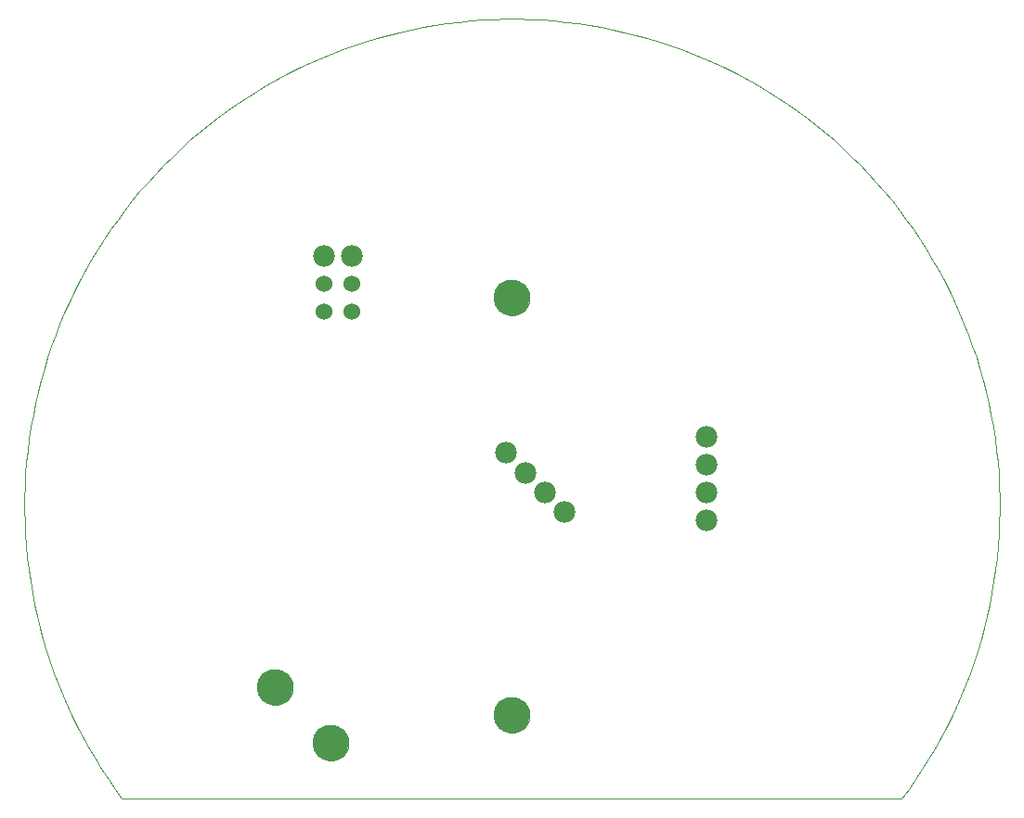
<source format=gbs>
G75*
%MOIN*%
%OFA0B0*%
%FSLAX25Y25*%
%IPPOS*%
%LPD*%
%AMOC8*
5,1,8,0,0,1.08239X$1,22.5*
%
%ADD10C,0.00000*%
%ADD11C,0.12998*%
%ADD12C,0.07800*%
%ADD13C,0.06000*%
D10*
X0062200Y0017200D02*
X0342200Y0017200D01*
X0195901Y0047200D02*
X0195903Y0047358D01*
X0195909Y0047516D01*
X0195919Y0047674D01*
X0195933Y0047832D01*
X0195951Y0047989D01*
X0195972Y0048146D01*
X0195998Y0048302D01*
X0196028Y0048458D01*
X0196061Y0048613D01*
X0196099Y0048766D01*
X0196140Y0048919D01*
X0196185Y0049071D01*
X0196234Y0049222D01*
X0196287Y0049371D01*
X0196343Y0049519D01*
X0196403Y0049665D01*
X0196467Y0049810D01*
X0196535Y0049953D01*
X0196606Y0050095D01*
X0196680Y0050235D01*
X0196758Y0050372D01*
X0196840Y0050508D01*
X0196924Y0050642D01*
X0197013Y0050773D01*
X0197104Y0050902D01*
X0197199Y0051029D01*
X0197296Y0051154D01*
X0197397Y0051276D01*
X0197501Y0051395D01*
X0197608Y0051512D01*
X0197718Y0051626D01*
X0197831Y0051737D01*
X0197946Y0051846D01*
X0198064Y0051951D01*
X0198185Y0052053D01*
X0198308Y0052153D01*
X0198434Y0052249D01*
X0198562Y0052342D01*
X0198692Y0052432D01*
X0198825Y0052518D01*
X0198960Y0052602D01*
X0199096Y0052681D01*
X0199235Y0052758D01*
X0199376Y0052830D01*
X0199518Y0052900D01*
X0199662Y0052965D01*
X0199808Y0053027D01*
X0199955Y0053085D01*
X0200104Y0053140D01*
X0200254Y0053191D01*
X0200405Y0053238D01*
X0200557Y0053281D01*
X0200710Y0053320D01*
X0200865Y0053356D01*
X0201020Y0053387D01*
X0201176Y0053415D01*
X0201332Y0053439D01*
X0201489Y0053459D01*
X0201647Y0053475D01*
X0201804Y0053487D01*
X0201963Y0053495D01*
X0202121Y0053499D01*
X0202279Y0053499D01*
X0202437Y0053495D01*
X0202596Y0053487D01*
X0202753Y0053475D01*
X0202911Y0053459D01*
X0203068Y0053439D01*
X0203224Y0053415D01*
X0203380Y0053387D01*
X0203535Y0053356D01*
X0203690Y0053320D01*
X0203843Y0053281D01*
X0203995Y0053238D01*
X0204146Y0053191D01*
X0204296Y0053140D01*
X0204445Y0053085D01*
X0204592Y0053027D01*
X0204738Y0052965D01*
X0204882Y0052900D01*
X0205024Y0052830D01*
X0205165Y0052758D01*
X0205304Y0052681D01*
X0205440Y0052602D01*
X0205575Y0052518D01*
X0205708Y0052432D01*
X0205838Y0052342D01*
X0205966Y0052249D01*
X0206092Y0052153D01*
X0206215Y0052053D01*
X0206336Y0051951D01*
X0206454Y0051846D01*
X0206569Y0051737D01*
X0206682Y0051626D01*
X0206792Y0051512D01*
X0206899Y0051395D01*
X0207003Y0051276D01*
X0207104Y0051154D01*
X0207201Y0051029D01*
X0207296Y0050902D01*
X0207387Y0050773D01*
X0207476Y0050642D01*
X0207560Y0050508D01*
X0207642Y0050372D01*
X0207720Y0050235D01*
X0207794Y0050095D01*
X0207865Y0049953D01*
X0207933Y0049810D01*
X0207997Y0049665D01*
X0208057Y0049519D01*
X0208113Y0049371D01*
X0208166Y0049222D01*
X0208215Y0049071D01*
X0208260Y0048919D01*
X0208301Y0048766D01*
X0208339Y0048613D01*
X0208372Y0048458D01*
X0208402Y0048302D01*
X0208428Y0048146D01*
X0208449Y0047989D01*
X0208467Y0047832D01*
X0208481Y0047674D01*
X0208491Y0047516D01*
X0208497Y0047358D01*
X0208499Y0047200D01*
X0208497Y0047042D01*
X0208491Y0046884D01*
X0208481Y0046726D01*
X0208467Y0046568D01*
X0208449Y0046411D01*
X0208428Y0046254D01*
X0208402Y0046098D01*
X0208372Y0045942D01*
X0208339Y0045787D01*
X0208301Y0045634D01*
X0208260Y0045481D01*
X0208215Y0045329D01*
X0208166Y0045178D01*
X0208113Y0045029D01*
X0208057Y0044881D01*
X0207997Y0044735D01*
X0207933Y0044590D01*
X0207865Y0044447D01*
X0207794Y0044305D01*
X0207720Y0044165D01*
X0207642Y0044028D01*
X0207560Y0043892D01*
X0207476Y0043758D01*
X0207387Y0043627D01*
X0207296Y0043498D01*
X0207201Y0043371D01*
X0207104Y0043246D01*
X0207003Y0043124D01*
X0206899Y0043005D01*
X0206792Y0042888D01*
X0206682Y0042774D01*
X0206569Y0042663D01*
X0206454Y0042554D01*
X0206336Y0042449D01*
X0206215Y0042347D01*
X0206092Y0042247D01*
X0205966Y0042151D01*
X0205838Y0042058D01*
X0205708Y0041968D01*
X0205575Y0041882D01*
X0205440Y0041798D01*
X0205304Y0041719D01*
X0205165Y0041642D01*
X0205024Y0041570D01*
X0204882Y0041500D01*
X0204738Y0041435D01*
X0204592Y0041373D01*
X0204445Y0041315D01*
X0204296Y0041260D01*
X0204146Y0041209D01*
X0203995Y0041162D01*
X0203843Y0041119D01*
X0203690Y0041080D01*
X0203535Y0041044D01*
X0203380Y0041013D01*
X0203224Y0040985D01*
X0203068Y0040961D01*
X0202911Y0040941D01*
X0202753Y0040925D01*
X0202596Y0040913D01*
X0202437Y0040905D01*
X0202279Y0040901D01*
X0202121Y0040901D01*
X0201963Y0040905D01*
X0201804Y0040913D01*
X0201647Y0040925D01*
X0201489Y0040941D01*
X0201332Y0040961D01*
X0201176Y0040985D01*
X0201020Y0041013D01*
X0200865Y0041044D01*
X0200710Y0041080D01*
X0200557Y0041119D01*
X0200405Y0041162D01*
X0200254Y0041209D01*
X0200104Y0041260D01*
X0199955Y0041315D01*
X0199808Y0041373D01*
X0199662Y0041435D01*
X0199518Y0041500D01*
X0199376Y0041570D01*
X0199235Y0041642D01*
X0199096Y0041719D01*
X0198960Y0041798D01*
X0198825Y0041882D01*
X0198692Y0041968D01*
X0198562Y0042058D01*
X0198434Y0042151D01*
X0198308Y0042247D01*
X0198185Y0042347D01*
X0198064Y0042449D01*
X0197946Y0042554D01*
X0197831Y0042663D01*
X0197718Y0042774D01*
X0197608Y0042888D01*
X0197501Y0043005D01*
X0197397Y0043124D01*
X0197296Y0043246D01*
X0197199Y0043371D01*
X0197104Y0043498D01*
X0197013Y0043627D01*
X0196924Y0043758D01*
X0196840Y0043892D01*
X0196758Y0044028D01*
X0196680Y0044165D01*
X0196606Y0044305D01*
X0196535Y0044447D01*
X0196467Y0044590D01*
X0196403Y0044735D01*
X0196343Y0044881D01*
X0196287Y0045029D01*
X0196234Y0045178D01*
X0196185Y0045329D01*
X0196140Y0045481D01*
X0196099Y0045634D01*
X0196061Y0045787D01*
X0196028Y0045942D01*
X0195998Y0046098D01*
X0195972Y0046254D01*
X0195951Y0046411D01*
X0195933Y0046568D01*
X0195919Y0046726D01*
X0195909Y0046884D01*
X0195903Y0047042D01*
X0195901Y0047200D01*
X0130901Y0037200D02*
X0130903Y0037358D01*
X0130909Y0037516D01*
X0130919Y0037674D01*
X0130933Y0037832D01*
X0130951Y0037989D01*
X0130972Y0038146D01*
X0130998Y0038302D01*
X0131028Y0038458D01*
X0131061Y0038613D01*
X0131099Y0038766D01*
X0131140Y0038919D01*
X0131185Y0039071D01*
X0131234Y0039222D01*
X0131287Y0039371D01*
X0131343Y0039519D01*
X0131403Y0039665D01*
X0131467Y0039810D01*
X0131535Y0039953D01*
X0131606Y0040095D01*
X0131680Y0040235D01*
X0131758Y0040372D01*
X0131840Y0040508D01*
X0131924Y0040642D01*
X0132013Y0040773D01*
X0132104Y0040902D01*
X0132199Y0041029D01*
X0132296Y0041154D01*
X0132397Y0041276D01*
X0132501Y0041395D01*
X0132608Y0041512D01*
X0132718Y0041626D01*
X0132831Y0041737D01*
X0132946Y0041846D01*
X0133064Y0041951D01*
X0133185Y0042053D01*
X0133308Y0042153D01*
X0133434Y0042249D01*
X0133562Y0042342D01*
X0133692Y0042432D01*
X0133825Y0042518D01*
X0133960Y0042602D01*
X0134096Y0042681D01*
X0134235Y0042758D01*
X0134376Y0042830D01*
X0134518Y0042900D01*
X0134662Y0042965D01*
X0134808Y0043027D01*
X0134955Y0043085D01*
X0135104Y0043140D01*
X0135254Y0043191D01*
X0135405Y0043238D01*
X0135557Y0043281D01*
X0135710Y0043320D01*
X0135865Y0043356D01*
X0136020Y0043387D01*
X0136176Y0043415D01*
X0136332Y0043439D01*
X0136489Y0043459D01*
X0136647Y0043475D01*
X0136804Y0043487D01*
X0136963Y0043495D01*
X0137121Y0043499D01*
X0137279Y0043499D01*
X0137437Y0043495D01*
X0137596Y0043487D01*
X0137753Y0043475D01*
X0137911Y0043459D01*
X0138068Y0043439D01*
X0138224Y0043415D01*
X0138380Y0043387D01*
X0138535Y0043356D01*
X0138690Y0043320D01*
X0138843Y0043281D01*
X0138995Y0043238D01*
X0139146Y0043191D01*
X0139296Y0043140D01*
X0139445Y0043085D01*
X0139592Y0043027D01*
X0139738Y0042965D01*
X0139882Y0042900D01*
X0140024Y0042830D01*
X0140165Y0042758D01*
X0140304Y0042681D01*
X0140440Y0042602D01*
X0140575Y0042518D01*
X0140708Y0042432D01*
X0140838Y0042342D01*
X0140966Y0042249D01*
X0141092Y0042153D01*
X0141215Y0042053D01*
X0141336Y0041951D01*
X0141454Y0041846D01*
X0141569Y0041737D01*
X0141682Y0041626D01*
X0141792Y0041512D01*
X0141899Y0041395D01*
X0142003Y0041276D01*
X0142104Y0041154D01*
X0142201Y0041029D01*
X0142296Y0040902D01*
X0142387Y0040773D01*
X0142476Y0040642D01*
X0142560Y0040508D01*
X0142642Y0040372D01*
X0142720Y0040235D01*
X0142794Y0040095D01*
X0142865Y0039953D01*
X0142933Y0039810D01*
X0142997Y0039665D01*
X0143057Y0039519D01*
X0143113Y0039371D01*
X0143166Y0039222D01*
X0143215Y0039071D01*
X0143260Y0038919D01*
X0143301Y0038766D01*
X0143339Y0038613D01*
X0143372Y0038458D01*
X0143402Y0038302D01*
X0143428Y0038146D01*
X0143449Y0037989D01*
X0143467Y0037832D01*
X0143481Y0037674D01*
X0143491Y0037516D01*
X0143497Y0037358D01*
X0143499Y0037200D01*
X0143497Y0037042D01*
X0143491Y0036884D01*
X0143481Y0036726D01*
X0143467Y0036568D01*
X0143449Y0036411D01*
X0143428Y0036254D01*
X0143402Y0036098D01*
X0143372Y0035942D01*
X0143339Y0035787D01*
X0143301Y0035634D01*
X0143260Y0035481D01*
X0143215Y0035329D01*
X0143166Y0035178D01*
X0143113Y0035029D01*
X0143057Y0034881D01*
X0142997Y0034735D01*
X0142933Y0034590D01*
X0142865Y0034447D01*
X0142794Y0034305D01*
X0142720Y0034165D01*
X0142642Y0034028D01*
X0142560Y0033892D01*
X0142476Y0033758D01*
X0142387Y0033627D01*
X0142296Y0033498D01*
X0142201Y0033371D01*
X0142104Y0033246D01*
X0142003Y0033124D01*
X0141899Y0033005D01*
X0141792Y0032888D01*
X0141682Y0032774D01*
X0141569Y0032663D01*
X0141454Y0032554D01*
X0141336Y0032449D01*
X0141215Y0032347D01*
X0141092Y0032247D01*
X0140966Y0032151D01*
X0140838Y0032058D01*
X0140708Y0031968D01*
X0140575Y0031882D01*
X0140440Y0031798D01*
X0140304Y0031719D01*
X0140165Y0031642D01*
X0140024Y0031570D01*
X0139882Y0031500D01*
X0139738Y0031435D01*
X0139592Y0031373D01*
X0139445Y0031315D01*
X0139296Y0031260D01*
X0139146Y0031209D01*
X0138995Y0031162D01*
X0138843Y0031119D01*
X0138690Y0031080D01*
X0138535Y0031044D01*
X0138380Y0031013D01*
X0138224Y0030985D01*
X0138068Y0030961D01*
X0137911Y0030941D01*
X0137753Y0030925D01*
X0137596Y0030913D01*
X0137437Y0030905D01*
X0137279Y0030901D01*
X0137121Y0030901D01*
X0136963Y0030905D01*
X0136804Y0030913D01*
X0136647Y0030925D01*
X0136489Y0030941D01*
X0136332Y0030961D01*
X0136176Y0030985D01*
X0136020Y0031013D01*
X0135865Y0031044D01*
X0135710Y0031080D01*
X0135557Y0031119D01*
X0135405Y0031162D01*
X0135254Y0031209D01*
X0135104Y0031260D01*
X0134955Y0031315D01*
X0134808Y0031373D01*
X0134662Y0031435D01*
X0134518Y0031500D01*
X0134376Y0031570D01*
X0134235Y0031642D01*
X0134096Y0031719D01*
X0133960Y0031798D01*
X0133825Y0031882D01*
X0133692Y0031968D01*
X0133562Y0032058D01*
X0133434Y0032151D01*
X0133308Y0032247D01*
X0133185Y0032347D01*
X0133064Y0032449D01*
X0132946Y0032554D01*
X0132831Y0032663D01*
X0132718Y0032774D01*
X0132608Y0032888D01*
X0132501Y0033005D01*
X0132397Y0033124D01*
X0132296Y0033246D01*
X0132199Y0033371D01*
X0132104Y0033498D01*
X0132013Y0033627D01*
X0131924Y0033758D01*
X0131840Y0033892D01*
X0131758Y0034028D01*
X0131680Y0034165D01*
X0131606Y0034305D01*
X0131535Y0034447D01*
X0131467Y0034590D01*
X0131403Y0034735D01*
X0131343Y0034881D01*
X0131287Y0035029D01*
X0131234Y0035178D01*
X0131185Y0035329D01*
X0131140Y0035481D01*
X0131099Y0035634D01*
X0131061Y0035787D01*
X0131028Y0035942D01*
X0130998Y0036098D01*
X0130972Y0036254D01*
X0130951Y0036411D01*
X0130933Y0036568D01*
X0130919Y0036726D01*
X0130909Y0036884D01*
X0130903Y0037042D01*
X0130901Y0037200D01*
X0110901Y0057200D02*
X0110903Y0057358D01*
X0110909Y0057516D01*
X0110919Y0057674D01*
X0110933Y0057832D01*
X0110951Y0057989D01*
X0110972Y0058146D01*
X0110998Y0058302D01*
X0111028Y0058458D01*
X0111061Y0058613D01*
X0111099Y0058766D01*
X0111140Y0058919D01*
X0111185Y0059071D01*
X0111234Y0059222D01*
X0111287Y0059371D01*
X0111343Y0059519D01*
X0111403Y0059665D01*
X0111467Y0059810D01*
X0111535Y0059953D01*
X0111606Y0060095D01*
X0111680Y0060235D01*
X0111758Y0060372D01*
X0111840Y0060508D01*
X0111924Y0060642D01*
X0112013Y0060773D01*
X0112104Y0060902D01*
X0112199Y0061029D01*
X0112296Y0061154D01*
X0112397Y0061276D01*
X0112501Y0061395D01*
X0112608Y0061512D01*
X0112718Y0061626D01*
X0112831Y0061737D01*
X0112946Y0061846D01*
X0113064Y0061951D01*
X0113185Y0062053D01*
X0113308Y0062153D01*
X0113434Y0062249D01*
X0113562Y0062342D01*
X0113692Y0062432D01*
X0113825Y0062518D01*
X0113960Y0062602D01*
X0114096Y0062681D01*
X0114235Y0062758D01*
X0114376Y0062830D01*
X0114518Y0062900D01*
X0114662Y0062965D01*
X0114808Y0063027D01*
X0114955Y0063085D01*
X0115104Y0063140D01*
X0115254Y0063191D01*
X0115405Y0063238D01*
X0115557Y0063281D01*
X0115710Y0063320D01*
X0115865Y0063356D01*
X0116020Y0063387D01*
X0116176Y0063415D01*
X0116332Y0063439D01*
X0116489Y0063459D01*
X0116647Y0063475D01*
X0116804Y0063487D01*
X0116963Y0063495D01*
X0117121Y0063499D01*
X0117279Y0063499D01*
X0117437Y0063495D01*
X0117596Y0063487D01*
X0117753Y0063475D01*
X0117911Y0063459D01*
X0118068Y0063439D01*
X0118224Y0063415D01*
X0118380Y0063387D01*
X0118535Y0063356D01*
X0118690Y0063320D01*
X0118843Y0063281D01*
X0118995Y0063238D01*
X0119146Y0063191D01*
X0119296Y0063140D01*
X0119445Y0063085D01*
X0119592Y0063027D01*
X0119738Y0062965D01*
X0119882Y0062900D01*
X0120024Y0062830D01*
X0120165Y0062758D01*
X0120304Y0062681D01*
X0120440Y0062602D01*
X0120575Y0062518D01*
X0120708Y0062432D01*
X0120838Y0062342D01*
X0120966Y0062249D01*
X0121092Y0062153D01*
X0121215Y0062053D01*
X0121336Y0061951D01*
X0121454Y0061846D01*
X0121569Y0061737D01*
X0121682Y0061626D01*
X0121792Y0061512D01*
X0121899Y0061395D01*
X0122003Y0061276D01*
X0122104Y0061154D01*
X0122201Y0061029D01*
X0122296Y0060902D01*
X0122387Y0060773D01*
X0122476Y0060642D01*
X0122560Y0060508D01*
X0122642Y0060372D01*
X0122720Y0060235D01*
X0122794Y0060095D01*
X0122865Y0059953D01*
X0122933Y0059810D01*
X0122997Y0059665D01*
X0123057Y0059519D01*
X0123113Y0059371D01*
X0123166Y0059222D01*
X0123215Y0059071D01*
X0123260Y0058919D01*
X0123301Y0058766D01*
X0123339Y0058613D01*
X0123372Y0058458D01*
X0123402Y0058302D01*
X0123428Y0058146D01*
X0123449Y0057989D01*
X0123467Y0057832D01*
X0123481Y0057674D01*
X0123491Y0057516D01*
X0123497Y0057358D01*
X0123499Y0057200D01*
X0123497Y0057042D01*
X0123491Y0056884D01*
X0123481Y0056726D01*
X0123467Y0056568D01*
X0123449Y0056411D01*
X0123428Y0056254D01*
X0123402Y0056098D01*
X0123372Y0055942D01*
X0123339Y0055787D01*
X0123301Y0055634D01*
X0123260Y0055481D01*
X0123215Y0055329D01*
X0123166Y0055178D01*
X0123113Y0055029D01*
X0123057Y0054881D01*
X0122997Y0054735D01*
X0122933Y0054590D01*
X0122865Y0054447D01*
X0122794Y0054305D01*
X0122720Y0054165D01*
X0122642Y0054028D01*
X0122560Y0053892D01*
X0122476Y0053758D01*
X0122387Y0053627D01*
X0122296Y0053498D01*
X0122201Y0053371D01*
X0122104Y0053246D01*
X0122003Y0053124D01*
X0121899Y0053005D01*
X0121792Y0052888D01*
X0121682Y0052774D01*
X0121569Y0052663D01*
X0121454Y0052554D01*
X0121336Y0052449D01*
X0121215Y0052347D01*
X0121092Y0052247D01*
X0120966Y0052151D01*
X0120838Y0052058D01*
X0120708Y0051968D01*
X0120575Y0051882D01*
X0120440Y0051798D01*
X0120304Y0051719D01*
X0120165Y0051642D01*
X0120024Y0051570D01*
X0119882Y0051500D01*
X0119738Y0051435D01*
X0119592Y0051373D01*
X0119445Y0051315D01*
X0119296Y0051260D01*
X0119146Y0051209D01*
X0118995Y0051162D01*
X0118843Y0051119D01*
X0118690Y0051080D01*
X0118535Y0051044D01*
X0118380Y0051013D01*
X0118224Y0050985D01*
X0118068Y0050961D01*
X0117911Y0050941D01*
X0117753Y0050925D01*
X0117596Y0050913D01*
X0117437Y0050905D01*
X0117279Y0050901D01*
X0117121Y0050901D01*
X0116963Y0050905D01*
X0116804Y0050913D01*
X0116647Y0050925D01*
X0116489Y0050941D01*
X0116332Y0050961D01*
X0116176Y0050985D01*
X0116020Y0051013D01*
X0115865Y0051044D01*
X0115710Y0051080D01*
X0115557Y0051119D01*
X0115405Y0051162D01*
X0115254Y0051209D01*
X0115104Y0051260D01*
X0114955Y0051315D01*
X0114808Y0051373D01*
X0114662Y0051435D01*
X0114518Y0051500D01*
X0114376Y0051570D01*
X0114235Y0051642D01*
X0114096Y0051719D01*
X0113960Y0051798D01*
X0113825Y0051882D01*
X0113692Y0051968D01*
X0113562Y0052058D01*
X0113434Y0052151D01*
X0113308Y0052247D01*
X0113185Y0052347D01*
X0113064Y0052449D01*
X0112946Y0052554D01*
X0112831Y0052663D01*
X0112718Y0052774D01*
X0112608Y0052888D01*
X0112501Y0053005D01*
X0112397Y0053124D01*
X0112296Y0053246D01*
X0112199Y0053371D01*
X0112104Y0053498D01*
X0112013Y0053627D01*
X0111924Y0053758D01*
X0111840Y0053892D01*
X0111758Y0054028D01*
X0111680Y0054165D01*
X0111606Y0054305D01*
X0111535Y0054447D01*
X0111467Y0054590D01*
X0111403Y0054735D01*
X0111343Y0054881D01*
X0111287Y0055029D01*
X0111234Y0055178D01*
X0111185Y0055329D01*
X0111140Y0055481D01*
X0111099Y0055634D01*
X0111061Y0055787D01*
X0111028Y0055942D01*
X0110998Y0056098D01*
X0110972Y0056254D01*
X0110951Y0056411D01*
X0110933Y0056568D01*
X0110919Y0056726D01*
X0110909Y0056884D01*
X0110903Y0057042D01*
X0110901Y0057200D01*
X0062200Y0017200D02*
X0059670Y0020657D01*
X0057225Y0024176D01*
X0054867Y0027753D01*
X0052597Y0031386D01*
X0050416Y0035075D01*
X0048327Y0038815D01*
X0046330Y0042605D01*
X0044426Y0046443D01*
X0042617Y0050327D01*
X0040903Y0054254D01*
X0039286Y0058221D01*
X0037766Y0062227D01*
X0036345Y0066269D01*
X0035023Y0070344D01*
X0033801Y0074451D01*
X0032680Y0078586D01*
X0031661Y0082747D01*
X0030744Y0086932D01*
X0029929Y0091139D01*
X0029218Y0095363D01*
X0028610Y0099605D01*
X0028107Y0103859D01*
X0027707Y0108125D01*
X0027412Y0112399D01*
X0027222Y0116679D01*
X0027136Y0120963D01*
X0027156Y0125247D01*
X0027280Y0129530D01*
X0027509Y0133808D01*
X0027842Y0138079D01*
X0028280Y0142341D01*
X0028822Y0146591D01*
X0029468Y0150827D01*
X0030218Y0155045D01*
X0031070Y0159244D01*
X0032025Y0163420D01*
X0033082Y0167572D01*
X0034240Y0171697D01*
X0035499Y0175793D01*
X0036857Y0179856D01*
X0038315Y0183885D01*
X0039871Y0187877D01*
X0041524Y0191829D01*
X0043273Y0195740D01*
X0045117Y0199607D01*
X0047056Y0203428D01*
X0049087Y0207200D01*
X0051210Y0210922D01*
X0053423Y0214590D01*
X0055726Y0218203D01*
X0058116Y0221759D01*
X0060593Y0225255D01*
X0063154Y0228689D01*
X0065799Y0232060D01*
X0068525Y0235365D01*
X0071332Y0238602D01*
X0074217Y0241770D01*
X0077178Y0244866D01*
X0080215Y0247889D01*
X0083324Y0250836D01*
X0086505Y0253707D01*
X0089754Y0256498D01*
X0093072Y0259210D01*
X0096454Y0261839D01*
X0099900Y0264385D01*
X0103407Y0266846D01*
X0106974Y0269220D01*
X0110597Y0271506D01*
X0114275Y0273703D01*
X0118006Y0275810D01*
X0121788Y0277824D01*
X0125617Y0279745D01*
X0129493Y0281572D01*
X0133411Y0283303D01*
X0137372Y0284939D01*
X0141371Y0286476D01*
X0145406Y0287916D01*
X0149475Y0289256D01*
X0153576Y0290496D01*
X0157706Y0291636D01*
X0161863Y0292674D01*
X0166044Y0293610D01*
X0170246Y0294443D01*
X0174468Y0295174D01*
X0178706Y0295800D01*
X0182959Y0296323D01*
X0187223Y0296742D01*
X0191495Y0297056D01*
X0195775Y0297266D01*
X0200058Y0297371D01*
X0204342Y0297371D01*
X0208625Y0297266D01*
X0212905Y0297056D01*
X0217177Y0296742D01*
X0221441Y0296323D01*
X0225694Y0295800D01*
X0229932Y0295174D01*
X0234154Y0294443D01*
X0238356Y0293610D01*
X0242537Y0292674D01*
X0246694Y0291636D01*
X0250824Y0290496D01*
X0254925Y0289256D01*
X0258994Y0287916D01*
X0263029Y0286476D01*
X0267028Y0284939D01*
X0270989Y0283303D01*
X0274907Y0281572D01*
X0278783Y0279745D01*
X0282612Y0277824D01*
X0286394Y0275810D01*
X0290125Y0273703D01*
X0293803Y0271506D01*
X0297426Y0269220D01*
X0300993Y0266846D01*
X0304500Y0264385D01*
X0307946Y0261839D01*
X0311328Y0259210D01*
X0314646Y0256498D01*
X0317895Y0253707D01*
X0321076Y0250836D01*
X0324185Y0247889D01*
X0327222Y0244866D01*
X0330183Y0241770D01*
X0333068Y0238602D01*
X0335875Y0235365D01*
X0338601Y0232060D01*
X0341246Y0228689D01*
X0343807Y0225255D01*
X0346284Y0221759D01*
X0348674Y0218203D01*
X0350977Y0214590D01*
X0353190Y0210922D01*
X0355313Y0207200D01*
X0357344Y0203428D01*
X0359283Y0199607D01*
X0361127Y0195740D01*
X0362876Y0191829D01*
X0364529Y0187877D01*
X0366085Y0183885D01*
X0367543Y0179856D01*
X0368901Y0175793D01*
X0370160Y0171697D01*
X0371318Y0167572D01*
X0372375Y0163420D01*
X0373330Y0159244D01*
X0374182Y0155045D01*
X0374932Y0150827D01*
X0375578Y0146591D01*
X0376120Y0142341D01*
X0376558Y0138079D01*
X0376891Y0133808D01*
X0377120Y0129530D01*
X0377244Y0125247D01*
X0377264Y0120963D01*
X0377178Y0116679D01*
X0376988Y0112399D01*
X0376693Y0108125D01*
X0376293Y0103859D01*
X0375790Y0099605D01*
X0375182Y0095363D01*
X0374471Y0091139D01*
X0373656Y0086932D01*
X0372739Y0082747D01*
X0371720Y0078586D01*
X0370599Y0074451D01*
X0369377Y0070344D01*
X0368055Y0066269D01*
X0366634Y0062227D01*
X0365114Y0058221D01*
X0363497Y0054254D01*
X0361783Y0050327D01*
X0359974Y0046443D01*
X0358070Y0042605D01*
X0356073Y0038815D01*
X0353984Y0035075D01*
X0351803Y0031386D01*
X0349533Y0027753D01*
X0347175Y0024176D01*
X0344730Y0020657D01*
X0342200Y0017200D01*
X0195901Y0197200D02*
X0195903Y0197358D01*
X0195909Y0197516D01*
X0195919Y0197674D01*
X0195933Y0197832D01*
X0195951Y0197989D01*
X0195972Y0198146D01*
X0195998Y0198302D01*
X0196028Y0198458D01*
X0196061Y0198613D01*
X0196099Y0198766D01*
X0196140Y0198919D01*
X0196185Y0199071D01*
X0196234Y0199222D01*
X0196287Y0199371D01*
X0196343Y0199519D01*
X0196403Y0199665D01*
X0196467Y0199810D01*
X0196535Y0199953D01*
X0196606Y0200095D01*
X0196680Y0200235D01*
X0196758Y0200372D01*
X0196840Y0200508D01*
X0196924Y0200642D01*
X0197013Y0200773D01*
X0197104Y0200902D01*
X0197199Y0201029D01*
X0197296Y0201154D01*
X0197397Y0201276D01*
X0197501Y0201395D01*
X0197608Y0201512D01*
X0197718Y0201626D01*
X0197831Y0201737D01*
X0197946Y0201846D01*
X0198064Y0201951D01*
X0198185Y0202053D01*
X0198308Y0202153D01*
X0198434Y0202249D01*
X0198562Y0202342D01*
X0198692Y0202432D01*
X0198825Y0202518D01*
X0198960Y0202602D01*
X0199096Y0202681D01*
X0199235Y0202758D01*
X0199376Y0202830D01*
X0199518Y0202900D01*
X0199662Y0202965D01*
X0199808Y0203027D01*
X0199955Y0203085D01*
X0200104Y0203140D01*
X0200254Y0203191D01*
X0200405Y0203238D01*
X0200557Y0203281D01*
X0200710Y0203320D01*
X0200865Y0203356D01*
X0201020Y0203387D01*
X0201176Y0203415D01*
X0201332Y0203439D01*
X0201489Y0203459D01*
X0201647Y0203475D01*
X0201804Y0203487D01*
X0201963Y0203495D01*
X0202121Y0203499D01*
X0202279Y0203499D01*
X0202437Y0203495D01*
X0202596Y0203487D01*
X0202753Y0203475D01*
X0202911Y0203459D01*
X0203068Y0203439D01*
X0203224Y0203415D01*
X0203380Y0203387D01*
X0203535Y0203356D01*
X0203690Y0203320D01*
X0203843Y0203281D01*
X0203995Y0203238D01*
X0204146Y0203191D01*
X0204296Y0203140D01*
X0204445Y0203085D01*
X0204592Y0203027D01*
X0204738Y0202965D01*
X0204882Y0202900D01*
X0205024Y0202830D01*
X0205165Y0202758D01*
X0205304Y0202681D01*
X0205440Y0202602D01*
X0205575Y0202518D01*
X0205708Y0202432D01*
X0205838Y0202342D01*
X0205966Y0202249D01*
X0206092Y0202153D01*
X0206215Y0202053D01*
X0206336Y0201951D01*
X0206454Y0201846D01*
X0206569Y0201737D01*
X0206682Y0201626D01*
X0206792Y0201512D01*
X0206899Y0201395D01*
X0207003Y0201276D01*
X0207104Y0201154D01*
X0207201Y0201029D01*
X0207296Y0200902D01*
X0207387Y0200773D01*
X0207476Y0200642D01*
X0207560Y0200508D01*
X0207642Y0200372D01*
X0207720Y0200235D01*
X0207794Y0200095D01*
X0207865Y0199953D01*
X0207933Y0199810D01*
X0207997Y0199665D01*
X0208057Y0199519D01*
X0208113Y0199371D01*
X0208166Y0199222D01*
X0208215Y0199071D01*
X0208260Y0198919D01*
X0208301Y0198766D01*
X0208339Y0198613D01*
X0208372Y0198458D01*
X0208402Y0198302D01*
X0208428Y0198146D01*
X0208449Y0197989D01*
X0208467Y0197832D01*
X0208481Y0197674D01*
X0208491Y0197516D01*
X0208497Y0197358D01*
X0208499Y0197200D01*
X0208497Y0197042D01*
X0208491Y0196884D01*
X0208481Y0196726D01*
X0208467Y0196568D01*
X0208449Y0196411D01*
X0208428Y0196254D01*
X0208402Y0196098D01*
X0208372Y0195942D01*
X0208339Y0195787D01*
X0208301Y0195634D01*
X0208260Y0195481D01*
X0208215Y0195329D01*
X0208166Y0195178D01*
X0208113Y0195029D01*
X0208057Y0194881D01*
X0207997Y0194735D01*
X0207933Y0194590D01*
X0207865Y0194447D01*
X0207794Y0194305D01*
X0207720Y0194165D01*
X0207642Y0194028D01*
X0207560Y0193892D01*
X0207476Y0193758D01*
X0207387Y0193627D01*
X0207296Y0193498D01*
X0207201Y0193371D01*
X0207104Y0193246D01*
X0207003Y0193124D01*
X0206899Y0193005D01*
X0206792Y0192888D01*
X0206682Y0192774D01*
X0206569Y0192663D01*
X0206454Y0192554D01*
X0206336Y0192449D01*
X0206215Y0192347D01*
X0206092Y0192247D01*
X0205966Y0192151D01*
X0205838Y0192058D01*
X0205708Y0191968D01*
X0205575Y0191882D01*
X0205440Y0191798D01*
X0205304Y0191719D01*
X0205165Y0191642D01*
X0205024Y0191570D01*
X0204882Y0191500D01*
X0204738Y0191435D01*
X0204592Y0191373D01*
X0204445Y0191315D01*
X0204296Y0191260D01*
X0204146Y0191209D01*
X0203995Y0191162D01*
X0203843Y0191119D01*
X0203690Y0191080D01*
X0203535Y0191044D01*
X0203380Y0191013D01*
X0203224Y0190985D01*
X0203068Y0190961D01*
X0202911Y0190941D01*
X0202753Y0190925D01*
X0202596Y0190913D01*
X0202437Y0190905D01*
X0202279Y0190901D01*
X0202121Y0190901D01*
X0201963Y0190905D01*
X0201804Y0190913D01*
X0201647Y0190925D01*
X0201489Y0190941D01*
X0201332Y0190961D01*
X0201176Y0190985D01*
X0201020Y0191013D01*
X0200865Y0191044D01*
X0200710Y0191080D01*
X0200557Y0191119D01*
X0200405Y0191162D01*
X0200254Y0191209D01*
X0200104Y0191260D01*
X0199955Y0191315D01*
X0199808Y0191373D01*
X0199662Y0191435D01*
X0199518Y0191500D01*
X0199376Y0191570D01*
X0199235Y0191642D01*
X0199096Y0191719D01*
X0198960Y0191798D01*
X0198825Y0191882D01*
X0198692Y0191968D01*
X0198562Y0192058D01*
X0198434Y0192151D01*
X0198308Y0192247D01*
X0198185Y0192347D01*
X0198064Y0192449D01*
X0197946Y0192554D01*
X0197831Y0192663D01*
X0197718Y0192774D01*
X0197608Y0192888D01*
X0197501Y0193005D01*
X0197397Y0193124D01*
X0197296Y0193246D01*
X0197199Y0193371D01*
X0197104Y0193498D01*
X0197013Y0193627D01*
X0196924Y0193758D01*
X0196840Y0193892D01*
X0196758Y0194028D01*
X0196680Y0194165D01*
X0196606Y0194305D01*
X0196535Y0194447D01*
X0196467Y0194590D01*
X0196403Y0194735D01*
X0196343Y0194881D01*
X0196287Y0195029D01*
X0196234Y0195178D01*
X0196185Y0195329D01*
X0196140Y0195481D01*
X0196099Y0195634D01*
X0196061Y0195787D01*
X0196028Y0195942D01*
X0195998Y0196098D01*
X0195972Y0196254D01*
X0195951Y0196411D01*
X0195933Y0196568D01*
X0195919Y0196726D01*
X0195909Y0196884D01*
X0195903Y0197042D01*
X0195901Y0197200D01*
D11*
X0202200Y0197200D03*
X0117200Y0057200D03*
X0137200Y0037200D03*
X0202200Y0047200D03*
D12*
X0221200Y0120200D03*
X0214129Y0127271D03*
X0207058Y0134342D03*
X0199987Y0141413D03*
X0272200Y0137200D03*
X0272200Y0127200D03*
X0272200Y0117200D03*
X0272200Y0147200D03*
X0144700Y0212200D03*
X0134700Y0212200D03*
D13*
X0134700Y0202200D03*
X0144700Y0202200D03*
X0144700Y0192200D03*
X0134700Y0192200D03*
M02*

</source>
